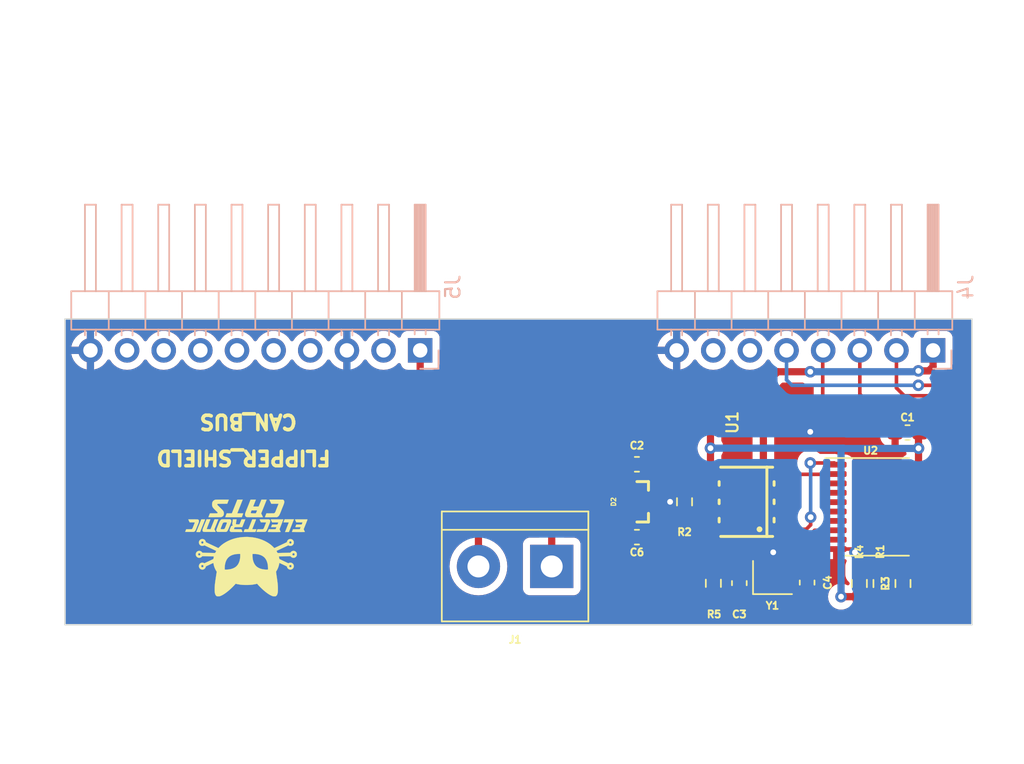
<source format=kicad_pcb>
(kicad_pcb (version 20221018) (generator pcbnew)
  (layers (0 "F.Cu" signal) (31 "B.Cu" signal) (34 "B.Paste" user) (35 "F.Paste" user) (36 "B.SilkS" user "B.Silkscreen") (37 "F.SilkS" user "F.Silkscreen") (38 "B.Mask" user) (39 "F.Mask" user) (44 "Edge.Cuts" user))
  (net 0 "")
  (net 1 "/CAN_L")
  (net 2 "/CAN_H")
  (net 3 "GND")
  (net 4 "/SCK")
  (net 5 "+3V3")
  (net 6 "/INT")
  (net 7 "/RST")
  (net 8 "/TXD")
  (net 9 "+5V")
  (net 10 "/RXD")
  (net 11 "Net-(U1-S)")
  (net 17 "Net-(U2-OSC2)")
  (net 18 "Net-(U2-OSC1)")
  (net 22 "/MOSI")
  (net 23 "/MISO")
  (net 24 "/CS")
  (footprint "TerminalBlock:TerminalBlock_bornier-2_P5.08mm" (layer "F.Cu") (at 88.12 78.98 180)
    (fp_text reference "J1" (at 2.54 -5.08) (layer "F.SilkS") (effects (font (size 0.5 0.5) (thickness 0.125))))
    (fp_text value "Conn_01x02")
    (pad "1" thru_hole rect (at 0 0 180) (size 3 3) (drill 1.52) (layers "*.Cu" "*.Mask") (net 2 "/CAN_H"))
    (pad "2" thru_hole circle (at 5.08 0 180) (size 3 3) (drill 1.52) (layers "*.Cu" "*.Mask") (net 1 "/CAN_L"))
  )
  (footprint "Resistor_SMD:R_0603_1608Metric_Pad0.98x0.95mm_HandSolder" (layer "F.Cu") (at 97.327 74.499 -90)
    (fp_text reference "R2" (at 2.1 0 -180) (layer "F.SilkS") (effects (font (size 0.5 0.5) (thickness 0.125))))
    (fp_text value "120")
    (pad "1" smd roundrect (at -0.9125 0 270) (size 0.975 0.95) (layers "F.Cu" "F.Paste" "F.Mask") (net 1 "/CAN_L"))
    (pad "2" smd roundrect (at 0.9125 0 270) (size 0.975 0.95) (layers "F.Cu" "F.Paste" "F.Mask") (net 2 "/CAN_H"))
  )
  (footprint "Capacitor_SMD:C_0603_1608Metric_Pad1.08x0.95mm_HandSolder" (layer "F.Cu") (at 101.127 80.1365 90)
    (fp_text reference "C3" (at -2.1625 0 180) (layer "F.SilkS") (effects (font (size 0.5 0.5) (thickness 0.125))))
    (fp_text value "22pf" hide)
    (pad "1" smd roundrect (at -0.8625 0 90) (size 1.075 0.95) (layers "F.Cu" "F.Paste" "F.Mask") (net 17 "Net-(U2-OSC2)"))
    (pad "2" smd roundrect (at 0.8625 0 90) (size 1.075 0.95) (layers "F.Cu" "F.Paste" "F.Mask") (net 3 "GND"))
  )
  (footprint "Capacitor_SMD:C_0603_1608Metric_Pad1.08x0.95mm_HandSolder" (layer "F.Cu") (at 94.027 71.899 180)
    (fp_text reference "C2" (at 0 1.3) (layer "F.SilkS") (effects (font (size 0.5 0.5) (thickness 0.125))))
    (fp_text value "47pf")
    (pad "1" smd roundrect (at -0.8625 0 180) (size 1.075 0.95) (layers "F.Cu" "F.Paste" "F.Mask") (net 3 "GND"))
    (pad "2" smd roundrect (at 0.8625 0 180) (size 1.075 0.95) (layers "F.Cu" "F.Paste" "F.Mask") (net 1 "/CAN_L"))
  )
  (footprint "Resistor_SMD:R_0603_1608Metric_Pad0.98x0.95mm_HandSolder" (layer "F.Cu") (at 99.327 80.149 90)
    (fp_text reference "R5" (at -2.15 0.05 180) (layer "F.SilkS") (effects (font (size 0.5 0.5) (thickness 0.125))))
    (fp_text value "10k" hide)
    (pad "1" smd roundrect (at -0.9125 0 90) (size 0.975 0.95) (layers "F.Cu" "F.Paste" "F.Mask") (net 3 "GND"))
    (pad "2" smd roundrect (at 0.9125 0 90) (size 0.975 0.95) (layers "F.Cu" "F.Paste" "F.Mask") (net 11 "Net-(U1-S)"))
  )
  (footprint "TJA1051T_3:SOT96-1" (layer "F.Cu") (at 101.637 74.499 90)
    (fp_text reference "U1" (at 5.5 -0.99 90) (layer "F.SilkS") (effects (font (size 0.787402 0.787402))))
    (fp_text value "TJA1051T/3")
    (pad "1" smd rect (at -1.905 2.65 90) (size 0.6 1.3) (layers "F.Cu" "F.Paste" "F.Mask") (net 8 "/TXD"))
    (pad "2" smd rect (at -0.635 2.65 90) (size 0.6 1.3) (layers "F.Cu" "F.Paste" "F.Mask") (net 3 "GND"))
    (pad "3" smd rect (at 0.635 2.65 90) (size 0.6 1.3) (layers "F.Cu" "F.Paste" "F.Mask") (net 9 "+5V"))
    (pad "4" smd rect (at 1.905 2.65 90) (size 0.6 1.3) (layers "F.Cu" "F.Paste" "F.Mask") (net 10 "/RXD"))
    (pad "5" smd rect (at 1.905 -2.65 90) (size 0.6 1.3) (layers "F.Cu" "F.Paste" "F.Mask") (net 5 "+3V3"))
    (pad "6" smd rect (at 0.635 -2.65 90) (size 0.6 1.3) (layers "F.Cu" "F.Paste" "F.Mask") (net 1 "/CAN_L"))
    (pad "7" smd rect (at -0.635 -2.65 90) (size 0.6 1.3) (layers "F.Cu" "F.Paste" "F.Mask") (net 2 "/CAN_H"))
    (pad "8" smd rect (at -1.905 -2.65 90) (size 0.6 1.3) (layers "F.Cu" "F.Paste" "F.Mask") (net 11 "Net-(U1-S)"))
  )
  (footprint "Crystal:Crystal_SMD_2016-4Pin_2.0x1.6mm" (layer "F.Cu") (at 103.427 79.749)
    (fp_text reference "Y1" (at 0 1.95) (layer "F.SilkS") (effects (font (size 0.5 0.5) (thickness 0.125))))
    (fp_text value "16 Mhz")
    (pad "1" smd rect (at -0.7 0.55) (size 0.9 0.8) (layers "F.Cu" "F.Paste" "F.Mask") (net 17 "Net-(U2-OSC2)"))
    (pad "2" smd rect (at 0.7 0.55) (size 0.9 0.8) (layers "F.Cu" "F.Paste" "F.Mask") (net 3 "GND"))
    (pad "3" smd rect (at 0.7 -0.55) (size 0.9 0.8) (layers "F.Cu" "F.Paste" "F.Mask") (net 18 "Net-(U2-OSC1)"))
    (pad "4" smd rect (at -0.7 -0.55) (size 0.9 0.8) (layers "F.Cu" "F.Paste" "F.Mask") (net 3 "GND"))
  )
  (footprint "Logos:electronic_cats_logo_8x6" (layer "F.Cu") (at 66.95 77.7 180)
    (fp_text reference "G***" hide)
    (fp_text value "LOGO" hide)
  )
  (footprint "Capacitor_SMD:C_0603_1608Metric_Pad1.08x0.95mm_HandSolder" (layer "F.Cu") (at 94.027 76.949 180)
    (fp_text reference "C6" (at 0 -1.05) (layer "F.SilkS") (effects (font (size 0.5 0.5) (thickness 0.125))))
    (fp_text value "47pf")
    (pad "1" smd roundrect (at -0.8625 0 180) (size 1.075 0.95) (layers "F.Cu" "F.Paste" "F.Mask") (net 3 "GND"))
    (pad "2" smd roundrect (at 0.8625 0 180) (size 1.075 0.95) (layers "F.Cu" "F.Paste" "F.Mask") (net 2 "/CAN_H"))
  )
  (footprint "Resistor_SMD:R_0603_1608Metric_Pad0.98x0.95mm_HandSolder" (layer "F.Cu") (at 109.4486 80.1624 -90)
    (fp_text reference "R4" (at -2.19 0 90) (layer "F.SilkS") (effects (font (size 0.5 0.5) (thickness 0.125))))
    (fp_text value "10k" hide)
    (pad "1" smd roundrect (at -0.9125 0 270) (size 0.975 0.95) (layers "F.Cu" "F.Paste" "F.Mask") (net 7 "/RST"))
    (pad "2" smd roundrect (at 0.9125 0 270) (size 0.975 0.95) (layers "F.Cu" "F.Paste" "F.Mask") (net 5 "+3V3"))
  )
  (footprint "PESD1CAN:SOT23-3" (layer "F.Cu") (at 94.127 74.499 -90)
    (fp_text reference "D2" (at 0.001 1.717 90) (layer "F.SilkS") (effects (font (size 0.320272 0.320272) (thickness 0.080068))))
    (fp_text value "PESD1CAN")
    (pad "1" smd rect (at -0.95 1 270) (size 0.8 0.9) (layers "F.Cu" "F.Paste" "F.Mask") (net 1 "/CAN_L"))
    (pad "2" smd rect (at 0.95 1 270) (size 0.8 0.9) (layers "F.Cu" "F.Paste" "F.Mask") (net 2 "/CAN_H"))
    (pad "3" smd rect (at 0 -1.1 270) (size 0.8 0.9) (layers "F.Cu" "F.Paste" "F.Mask") (net 3 "GND"))
  )
  (footprint "Capacitor_SMD:C_0603_1608Metric_Pad1.08x0.95mm_HandSolder" (layer "F.Cu") (at 105.827 80.099 -90)
    (fp_text reference "C4" (at 0 -1.43 90) (layer "F.SilkS") (effects (font (size 0.5 0.5) (thickness 0.125))))
    (fp_text value "22pf")
    (pad "1" smd roundrect (at -0.8625 0 270) (size 1.075 0.95) (layers "F.Cu" "F.Paste" "F.Mask") (net 18 "Net-(U2-OSC1)"))
    (pad "2" smd roundrect (at 0.8625 0 270) (size 1.075 0.95) (layers "F.Cu" "F.Paste" "F.Mask") (net 3 "GND"))
  )
  (footprint "Package_SO:TSSOP-20_4.4x6.5mm_P0.65mm" (layer "F.Cu") (at 110.687 74.849)
    (fp_text reference "U2" (at -0.46 -3.9) (layer "F.SilkS") (effects (font (size 0.5 0.5) (thickness 0.125))))
    (fp_text value "MCP2515-xST")
    (pad "1" smd roundrect (at -2.8625 -2.925) (size 1.475 0.4) (layers "F.Cu" "F.Paste" "F.Mask") (net 8 "/TXD"))
    (pad "2" smd roundrect (at -2.8625 -2.275) (size 1.475 0.4) (layers "F.Cu" "F.Paste" "F.Mask") (net 10 "/RXD"))
    (pad "3" smd roundrect (at -2.8625 -1.625) (size 1.475 0.4) (layers "F.Cu" "F.Paste" "F.Mask"))
    (pad "4" smd roundrect (at -2.8625 -0.975) (size 1.475 0.4) (layers "F.Cu" "F.Paste" "F.Mask"))
    (pad "5" smd roundrect (at -2.8625 -0.325) (size 1.475 0.4) (layers "F.Cu" "F.Paste" "F.Mask"))
    (pad "6" smd roundrect (at -2.8625 0.325) (size 1.475 0.4) (layers "F.Cu" "F.Paste" "F.Mask"))
    (pad "7" smd roundrect (at -2.8625 0.975) (size 1.475 0.4) (layers "F.Cu" "F.Paste" "F.Mask"))
    (pad "8" smd roundrect (at -2.8625 1.625) (size 1.475 0.4) (layers "F.Cu" "F.Paste" "F.Mask") (net 17 "Net-(U2-OSC2)"))
    (pad "9" smd roundrect (at -2.8625 2.275) (size 1.475 0.4) (layers "F.Cu" "F.Paste" "F.Mask") (net 18 "Net-(U2-OSC1)"))
    (pad "10" smd roundrect (at -2.8625 2.925) (size 1.475 0.4) (layers "F.Cu" "F.Paste" "F.Mask") (net 3 "GND"))
    (pad "11" smd roundrect (at 2.8625 2.925) (size 1.475 0.4) (layers "F.Cu" "F.Paste" "F.Mask"))
    (pad "12" smd roundrect (at 2.8625 2.275) (size 1.475 0.4) (layers "F.Cu" "F.Paste" "F.Mask"))
    (pad "13" smd roundrect (at 2.8625 1.625) (size 1.475 0.4) (layers "F.Cu" "F.Paste" "F.Mask") (net 6 "/INT"))
    (pad "14" smd roundrect (at 2.8625 0.975) (size 1.475 0.4) (layers "F.Cu" "F.Paste" "F.Mask") (net 4 "/SCK"))
    (pad "15" smd roundrect (at 2.8625 0.325) (size 1.475 0.4) (layers "F.Cu" "F.Paste" "F.Mask"))
    (pad "16" smd roundrect (at 2.8625 -0.325) (size 1.475 0.4) (layers "F.Cu" "F.Paste" "F.Mask") (net 22 "/MOSI"))
    (pad "17" smd roundrect (at 2.8625 -0.975) (size 1.475 0.4) (layers "F.Cu" "F.Paste" "F.Mask") (net 23 "/MISO"))
    (pad "18" smd roundrect (at 2.8625 -1.625) (size 1.475 0.4) (layers "F.Cu" "F.Paste" "F.Mask") (net 24 "/CS"))
    (pad "19" smd roundrect (at 2.8625 -2.275) (size 1.475 0.4) (layers "F.Cu" "F.Paste" "F.Mask") (net 7 "/RST"))
    (pad "20" smd roundrect (at 2.8625 -2.925) (size 1.475 0.4) (layers "F.Cu" "F.Paste" "F.Mask") (net 5 "+3V3"))
  )
  (footprint "Resistor_SMD:R_0603_1608Metric_Pad0.98x0.95mm_HandSolder" (layer "F.Cu") (at 112.4712 80.1643 90)
    (fp_text reference "R3" (at 0 -1.21 90) (layer "F.SilkS") (effects (font (size 0.5 0.5) (thickness 0.125))))
    (fp_text value "10k" hide)
    (pad "1" smd roundrect (at -0.9125 0 90) (size 0.975 0.95) (layers "F.Cu" "F.Paste" "F.Mask") (net 5 "+3V3"))
    (pad "2" smd roundrect (at 0.9125 0 90) (size 0.975 0.95) (layers "F.Cu" "F.Paste" "F.Mask") (net 6 "/INT"))
  )
  (footprint "Capacitor_SMD:C_0603_1608Metric_Pad1.08x0.95mm_HandSolder" (layer "F.Cu") (at 112.7895 69.699 180)
    (fp_text reference "C1" (at 0 1.05) (layer "F.SilkS") (effects (font (size 0.5 0.5) (thickness 0.125))))
    (fp_text value ".1uf")
    (pad "1" smd roundrect (at -0.8625 0 180) (size 1.075 0.95) (layers "F.Cu" "F.Paste" "F.Mask") (net 5 "+3V3"))
    (pad "2" smd roundrect (at 0.8625 0 180) (size 1.075 0.95) (layers "F.Cu" "F.Paste" "F.Mask") (net 3 "GND"))
  )
  (footprint "Resistor_SMD:R_0603_1608Metric_Pad0.98x0.95mm_HandSolder" (layer "F.Cu") (at 110.9472 80.1643 90)
    (fp_text reference "R1" (at 2.2025 -0.05 90) (layer "F.SilkS") (effects (font (size 0.5 0.5) (thickness 0.125))))
    (fp_text value "10k" hide)
    (pad "1" smd roundrect (at -0.9125 0 90) (size 0.975 0.95) (layers "F.Cu" "F.Paste" "F.Mask") (net 5 "+3V3"))
    (pad "2" smd roundrect (at 0.9125 0 90) (size 0.975 0.95) (layers "F.Cu" "F.Paste" "F.Mask") (net 24 "/CS"))
  )
  (footprint "Connector_PinHeader_2.54mm:PinHeader_1x08_P2.54mm_Horizontal" (layer "B.Cu") (at 114.56 64 90)
    (fp_text reference "J4" (at 4.385 2.27 90) (layer "B.SilkS") (effects (justify mirror)))
    (fp_text value "Conn_01x08_Socket")
    (pad "1" thru_hole rect (at 0 0 90) (size 1.7 1.7) (drill 1) (layers "*.Cu" "*.Mask") (net 9 "+5V"))
    (pad "2" thru_hole oval (at 0 -2.54 90) (size 1.7 1.7) (drill 1) (layers "*.Cu" "*.Mask") (net 22 "/MOSI"))
    (pad "3" thru_hole oval (at 0 -5.08 90) (size 1.7 1.7) (drill 1) (layers "*.Cu" "*.Mask") (net 23 "/MISO"))
    (pad "4" thru_hole oval (at 0 -7.62 90) (size 1.7 1.7) (drill 1) (layers "*.Cu" "*.Mask") (net 24 "/CS"))
    (pad "5" thru_hole oval (at 0 -10.16 90) (size 1.7 1.7) (drill 1) (layers "*.Cu" "*.Mask") (net 4 "/SCK"))
    (pad "6" thru_hole oval (at 0 -12.7 90) (size 1.7 1.7) (drill 1) (layers "*.Cu" "*.Mask"))
    (pad "7" thru_hole oval (at 0 -15.24 90) (size 1.7 1.7) (drill 1) (layers "*.Cu" "*.Mask"))
    (pad "8" thru_hole oval (at 0 -17.78 90) (size 1.7 1.7) (drill 1) (layers "*.Cu" "*.Mask") (net 3 "GND"))
  )
  (footprint "Connector_PinHeader_2.54mm:PinHeader_1x10_P2.54mm_Horizontal" (layer "B.Cu") (at 79 64 90)
    (fp_text reference "J5" (at 4.385 2.27 90) (layer "B.SilkS") (effects (justify mirror)))
    (fp_text value "Conn_01x10_Socket")
    (pad "1" thru_hole rect (at 0 0 90) (size 1.7 1.7) (drill 1) (layers "*.Cu" "*.Mask") (net 5 "+3V3"))
    (pad "2" thru_hole oval (at 0 -2.54 90) (size 1.7 1.7) (drill 1) (layers "*.Cu" "*.Mask"))
    (pad "3" thru_hole oval (at 0 -5.08 90) (size 1.7 1.7) (drill 1) (layers "*.Cu" "*.Mask") (net 3 "GND"))
    (pad "4" thru_hole oval (at 0 -7.62 90) (size 1.7 1.7) (drill 1) (layers "*.Cu" "*.Mask"))
    (pad "5" thru_hole oval (at 0 -10.16 90) (size 1.7 1.7) (drill 1) (layers "*.Cu" "*.Mask"))
    (pad "6" thru_hole oval (at 0 -12.7 90) (size 1.7 1.7) (drill 1) (layers "*.Cu" "*.Mask"))
    (pad "7" thru_hole oval (at 0 -15.24 90) (size 1.7 1.7) (drill 1) (layers "*.Cu" "*.Mask"))
    (pad "8" thru_hole oval (at 0 -17.78 90) (size 1.7 1.7) (drill 1) (layers "*.Cu" "*.Mask"))
    (pad "9" thru_hole oval (at 0 -20.32 90) (size 1.7 1.7) (drill 1) (layers "*.Cu" "*.Mask"))
    (pad "10" thru_hole oval (at 0 -22.86 90) (size 1.7 1.7) (drill 1) (layers "*.Cu" "*.Mask") (net 3 "GND"))
  )
  (gr_rect (start 54.3791 61.824) (end 117.2509 83.02) (stroke (width 0.1)) (fill none) (layer "Edge.Cuts"))
  (gr_text "CAN_BUS\n" (at 70.58 68.36 180) (layer "F.SilkS") (effects (font (size 1 1) (thickness 0.25) bold) (justify left bottom)))
  (gr_text "FLIPPER_SHIELD\n" (at 72.92 70.86 180) (layer "F.SilkS") (effects (font (size 1 1) (thickness 0.25) bold) (justify left bottom)))
  (segment (start 93.127 71.9365) (end 93.1645 71.899) (width 0.5) (layer "F.Cu") (net 1))
  (segment (start 93.127 73.549) (end 97.2895 73.549) (width 0.5) (layer "F.Cu") (net 1))
  (segment (start 98.987 73.864) (end 97.6045 73.864) (width 0.5) (layer "F.Cu") (net 1))
  (segment (start 93.127 73.549) (end 84.091 73.549) (width 0.5) (layer "F.Cu") (net 1))
  (segment (start 97.6045 73.864) (end 97.327 73.5865) (width 0.5) (layer "F.Cu") (net 1))
  (segment (start 97.2895 73.549) (end 97.327 73.5865) (width 0.5) (layer "F.Cu") (net 1))
  (segment (start 93.127 73.549) (end 93.127 71.9365) (width 0.5) (layer "F.Cu") (net 1))
  (segment (start 84.091 73.549) (end 83.04 74.6) (width 0.5) (layer "F.Cu") (net 1))
  (segment (start 83.04 74.6) (end 83.04 78.98) (width 0.5) (layer "F.Cu") (net 1))
  (segment (start 93.127 76.9115) (end 93.1645 76.949) (width 0.5) (layer "F.Cu") (net 2))
  (segment (start 88.781 75.449) (end 88.12 76.11) (width 0.5) (layer "F.Cu") (net 2))
  (segment (start 88.12 76.11) (end 88.12 78.98) (width 0.5) (layer "F.Cu") (net 2))
  (segment (start 97.6045 75.134) (end 97.327 75.4115) (width 0.5) (layer "F.Cu") (net 2))
  (segment (start 93.127 75.449) (end 97.2895 75.449) (width 0.5) (layer "F.Cu") (net 2))
  (segment (start 93.127 75.449) (end 88.781 75.449) (width 0.5) (layer "F.Cu") (net 2))
  (segment (start 98.987 75.134) (end 97.6045 75.134) (width 0.5) (layer "F.Cu") (net 2))
  (segment (start 97.2895 75.449) (end 97.327 75.4115) (width 0.5) (layer "F.Cu") (net 2))
  (segment (start 93.127 75.449) (end 93.127 76.9115) (width 0.5) (layer "F.Cu") (net 2))
  (segment (start 109.102 77.774) (end 109.327 77.999) (width 0.25) (layer "F.Cu") (net 3))
  (segment (start 94.4745 77.099) (end 94.3245 77.249) (width 0.25) (layer "F.Cu") (net 3))
  (segment (start 105.827 80.9615) (end 104.7895 80.9615) (width 0.25) (layer "F.Cu") (net 3))
  (segment (start 107.8245 77.774) (end 109.102 77.774) (width 0.25) (layer "F.Cu") (net 3))
  (segment (start 104.7895 80.9615) (end 104.127 80.299) (width 0.25) (layer "F.Cu") (net 3))
  (segment (start 107.8495 77.799) (end 107.8245 77.774) (width 0.25) (layer "F.Cu") (net 3))
  (via (at 96.327 74.499) (size 0.8) (drill 0.4) (layers "F.Cu" "B.Cu") (net 3))
  (via (at 106.045 69.6468) (size 0.8) (drill 0.4) (layers "F.Cu" "B.Cu") (net 3))
  (via (at 109.1438 77.999) (size 0.8) (drill 0.4) (layers "F.Cu" "B.Cu") (net 3))
  (via (at 103.477 77.999) (size 0.8) (drill 0.4) (layers "F.Cu" "B.Cu") (net 3))
  (segment (start 115.5203 66.4221) (end 115.962 66.8638) (width 0.25) (layer "F.Cu") (net 4))
  (segment (start 115.962 66.8638) (end 115.962 75.388) (width 0.25) (layer "F.Cu") (net 4))
  (segment (start 115.526 75.824) (end 113.5495 75.824) (width 0.25) (layer "F.Cu") (net 4))
  (segment (start 115.962 75.388) (end 115.526 75.824) (width 0.25) (layer "F.Cu") (net 4))
  (segment (start 113.538 66.4221) (end 115.5203 66.4221) (width 0.25) (layer "F.Cu") (net 4))
  (via (at 113.538 66.4221) (size 0.8) (drill 0.4) (layers "F.Cu" "B.Cu") (net 4))
  (segment (start 104.7761 66.4221) (end 104.4 66.046) (width 0.25) (layer "B.Cu") (net 4))
  (segment (start 104.4 66.046) (end 104.4 64) (width 0.25) (layer "B.Cu") (net 4))
  (segment (start 113.538 66.4221) (end 104.7761 66.4221) (width 0.25) (layer "B.Cu") (net 4))
  (segment (start 79 68.23) (end 79 64) (width 0.5) (layer "F.Cu") (net 5))
  (segment (start 108.1786 81.0768) (end 109.4467 81.0768) (width 0.5) (layer "F.Cu") (net 5))
  (segment (start 113.5495 71.924) (end 113.5495 69.8015) (width 0.5) (layer "F.Cu") (net 5))
  (segment (start 99.127 70.78) (end 99.127 72.454) (width 0.5) (layer "F.Cu") (net 5))
  (segment (start 79.57 68.8) (end 79 68.23) (width 0.5) (layer "F.Cu") (net 5))
  (segment (start 109.4467 81.0768) (end 109.4486 81.0749) (width 0.5) (layer "F.Cu") (net 5))
  (segment (start 109.4486 81.0749) (end 110.9453 81.0749) (width 0.5) (layer "F.Cu") (net 5))
  (segment (start 99.127 72.454) (end 98.987 72.594) (width 0.5) (layer "F.Cu") (net 5))
  (segment (start 99.127 70.78) (end 99.127 69.597) (width 0.5) (layer "F.Cu") (net 5))
  (segment (start 110.9453 81.0749) (end 110.9472 81.0768) (width 0.5) (layer "F.Cu") (net 5))
  (segment (start 98.33 68.8) (end 79.57 68.8) (width 0.5) (layer "F.Cu") (net 5))
  (segment (start 112.4712 81.0768) (end 110.9472 81.0768) (width 0.5) (layer "F.Cu") (net 5))
  (segment (start 99.127 69.597) (end 98.33 68.8) (width 0.5) (layer "F.Cu") (net 5))
  (segment (start 113.5495 69.8015) (end 113.652 69.699) (width 0.5) (layer "F.Cu") (net 5))
  (via (at 99.127 70.78) (size 0.8) (drill 0.4) (layers "F.Cu" "B.Cu") (net 5))
  (via (at 108.1786 81.0768) (size 0.8) (drill 0.4) (layers "F.Cu" "B.Cu") (net 5))
  (via (at 113.5495 70.7898) (size 0.8) (drill 0.4) (layers "F.Cu" "B.Cu") (net 5))
  (segment (start 108.3564 70.799) (end 113.5403 70.799) (width 0.5) (layer "B.Cu") (net 5))
  (segment (start 108.1786 81.0768) (end 108.1786 70.9768) (width 0.5) (layer "B.Cu") (net 5))
  (segment (start 113.5403 70.799) (end 113.5495 70.7898) (width 0.5) (layer "B.Cu") (net 5))
  (segment (start 99.127 70.78) (end 108.3374 70.78) (width 0.5) (layer "B.Cu") (net 5))
  (segment (start 108.3374 70.78) (end 108.3564 70.799) (width 0.5) (layer "B.Cu") (net 5))
  (segment (start 112.4712 79.2518) (end 112.3696 79.1502) (width 0.25) (layer "F.Cu") (net 6))
  (segment (start 112.3696 76.715359) (end 112.610959 76.474) (width 0.25) (layer "F.Cu") (net 6))
  (segment (start 112.3696 79.1502) (end 112.3696 76.715359) (width 0.25) (layer "F.Cu") (net 6))
  (segment (start 112.610959 76.474) (end 113.5495 76.474) (width 0.25) (layer "F.Cu") (net 6))
  (segment (start 109.4486 79.2499) (end 109.8688 78.8297) (width 0.25) (layer "F.Cu") (net 7))
  (segment (start 110.5854 72.574) (end 113.5495 72.574) (width 0.25) (layer "F.Cu") (net 7))
  (segment (start 109.8688 78.8297) (end 109.8688 73.2906) (width 0.25) (layer "F.Cu") (net 7))
  (segment (start 109.8688 73.2906) (end 110.5854 72.574) (width 0.25) (layer "F.Cu") (net 7))
  (segment (start 107.7063 71.8058) (end 107.8245 71.924) (width 0.25) (layer "F.Cu") (net 8))
  (segment (start 105.7648 76.404) (end 106.0704 76.0984) (width 0.25) (layer "F.Cu") (net 8))
  (segment (start 104.287 76.404) (end 105.7648 76.404) (width 0.25) (layer "F.Cu") (net 8))
  (segment (start 106.0704 76.0984) (end 106.0704 75.565) (width 0.25) (layer "F.Cu") (net 8))
  (segment (start 106.045 71.8058) (end 107.7063 71.8058) (width 0.25) (layer "F.Cu") (net 8))
  (via (at 106.045 71.8058) (size 0.8) (drill 0.4) (layers "F.Cu" "B.Cu") (net 8))
  (via (at 106.0704 75.565) (size 0.8) (drill 0.4) (layers "F.Cu" "B.Cu") (net 8))
  (segment (start 106.0704 71.8312) (end 106.045 71.8058) (width 0.25) (layer "B.Cu") (net 8))
  (segment (start 106.0704 75.565) (end 106.0704 71.8312) (width 0.25) (layer "B.Cu") (net 8))
  (segment (start 114.56 65.1196) (end 114.56 64) (width 0.5) (layer "F.Cu") (net 9))
  (segment (start 106.045 65.4812) (end 103.7844 65.4812) (width 0.5) (layer "F.Cu") (net 9))
  (segment (start 102.7938 73.5076) (end 103.1502 73.864) (width 0.5) (layer "F.Cu") (net 9))
  (segment (start 102.7938 66.4718) (end 102.7938 73.5076) (width 0.5) (layer "F.Cu") (net 9))
  (segment (start 103.7844 65.4812) (end 102.7938 66.4718) (width 0.5) (layer "F.Cu") (net 9))
  (segment (start 114.257003 65.422597) (end 114.56 65.1196) (width 0.5) (layer "F.Cu") (net 9))
  (segment (start 113.538 65.422597) (end 114.257003 65.422597) (width 0.5) (layer "F.Cu") (net 9))
  (segment (start 103.1502 73.864) (end 104.287 73.864) (width 0.5) (layer "F.Cu") (net 9))
  (via (at 106.045 65.4812) (size 0.8) (drill 0.4) (layers "F.Cu" "B.Cu") (net 9))
  (via (at 113.538 65.422597) (size 0.8) (drill 0.4) (layers "F.Cu" "B.Cu") (net 9))
  (segment (start 113.538 65.422597) (end 113.479397 65.4812) (width 0.5) (layer "B.Cu") (net 9))
  (segment (start 113.479397 65.4812) (end 106.045 65.4812) (width 0.5) (layer "B.Cu") (net 9))
  (segment (start 107.8045 72.594) (end 104.287 72.594) (width 0.25) (layer "F.Cu") (net 10))
  (segment (start 107.8245 72.574) (end 107.8045 72.594) (width 0.25) (layer "F.Cu") (net 10))
  (segment (start 99.327 79.2365) (end 98.987 78.8965) (width 0.25) (layer "F.Cu") (net 11))
  (segment (start 98.987 78.8965) (end 98.987 76.404) (width 0.25) (layer "F.Cu") (net 11))
  (segment (start 102.727 80.299) (end 102.727 80.749) (width 0.25) (layer "F.Cu") (net 17))
  (segment (start 100.627 77.149) (end 105.677 77.149) (width 0.25) (layer "F.Cu") (net 17))
  (segment (start 102.727 80.749) (end 102.477 80.999) (width 0.25) (layer "F.Cu") (net 17))
  (segment (start 100.327 80.599) (end 100.327 77.449) (width 0.25) (layer "F.Cu") (net 17))
  (segment (start 101.127 80.999) (end 100.727 80.999) (width 0.25) (layer "F.Cu") (net 17))
  (segment (start 100.727 80.999) (end 100.327 80.599) (width 0.25) (layer "F.Cu") (net 17))
  (segment (start 105.677 77.149) (end 106.352 76.474) (width 0.25) (layer "F.Cu") (net 17))
  (segment (start 106.352 76.474) (end 107.8245 76.474) (width 0.25) (layer "F.Cu") (net 17))
  (segment (start 100.327 77.449) (end 100.627 77.149) (width 0.25) (layer "F.Cu") (net 17))
  (segment (start 102.477 80.999) (end 101.127 80.999) (width 0.25) (layer "F.Cu") (net 17))
  (segment (start 102.6645 80.3615) (end 102.727 80.299) (width 0.25) (layer "F.Cu") (net 17))
  (segment (start 105.827 77.699) (end 106.402 77.124) (width 0.25) (layer "F.Cu") (net 18))
  (segment (start 105.7895 79.199) (end 105.827 79.2365) (width 0.25) (layer "F.Cu") (net 18))
  (segment (start 105.827 79.2365) (end 105.827 77.699) (width 0.25) (layer "F.Cu") (net 18))
  (segment (start 106.402 77.124) (end 107.8245 77.124) (width 0.25) (layer "F.Cu") (net 18))
  (segment (start 104.127 79.199) (end 105.7895 79.199) (width 0.25) (layer "F.Cu") (net 18))
  (segment (start 112.5618 67.1466) (end 112.02 66.6048) (width 0.25) (layer "F.Cu") (net 22))
  (segment (start 115.512 67.633) (end 115.0256 67.1466) (width 0.25) (layer "F.Cu") (net 22))
  (segment (start 115.0256 67.1466) (end 112.5618 67.1466) (width 0.25) (layer "F.Cu") (net 22))
  (segment (start 115.512 74.1752) (end 115.512 67.633) (width 0.25) (layer "F.Cu") (net 22))
  (segment (start 115.1632 74.524) (end 115.512 74.1752) (width 0.25) (layer "F.Cu") (net 22))
  (segment (start 112.02 66.6048) (end 112.02 64) (width 0.25) (layer "F.Cu") (net 22))
  (segment (start 113.5495 74.524) (end 115.1632 74.524) (width 0.25) (layer "F.Cu") (net 22))
  (segment (start 110.04 67.5966) (end 109.48 67.0366) (width 0.25) (layer "F.Cu") (net 23))
  (segment (start 109.48 67.0366) (end 109.48 64) (width 0.25) (layer "F.Cu") (net 23))
  (segment (start 113.5495 73.874) (end 114.7972 73.874) (width 0.25) (layer "F.Cu") (net 23))
  (segment (start 115.062 73.6092) (end 115.062 67.945) (width 0.25) (layer "F.Cu") (net 23))
  (segment (start 115.062 67.945) (end 114.7136 67.5966) (width 0.25) (layer "F.Cu") (net 23))
  (segment (start 114.7136 67.5966) (end 110.04 67.5966) (width 0.25) (layer "F.Cu") (net 23))
  (segment (start 114.7972 73.874) (end 115.062 73.6092) (width 0.25) (layer "F.Cu") (net 23))
  (segment (start 111.4298 73.2282) (end 113.5453 73.2282) (width 0.25) (layer "F.Cu") (net 24))
  (segment (start 106.9086 67.5132) (end 106.9086 64.0314) (width 0.25) (layer "F.Cu") (net 24))
  (segment (start 107.442 68.0466) (end 106.9086 67.5132) (width 0.25) (layer "F.Cu") (net 24))
  (segment (start 114.4312 73.224) (end 114.612 73.0432) (width 0.25) (layer "F.Cu") (net 24))
  (segment (start 110.9472 73.7108) (end 111.4298 73.2282) (width 0.25) (layer "F.Cu") (net 24))
  (segment (start 113.5495 73.224) (end 114.4312 73.224) (width 0.25) (layer "F.Cu") (net 24))
  (segment (start 114.612 73.0432) (end 114.612 68.4602) (width 0.25) (layer "F.Cu") (net 24))
  (segment (start 114.612 68.4602) (end 114.1984 68.0466) (width 0.25) (layer "F.Cu") (net 24))
  (segment (start 110.9472 79.2518) (end 110.9472 73.7108) (width 0.25) (layer "F.Cu") (net 24))
  (segment (start 106.9086 64.0314) (end 106.94 64) (width 0.25) (layer "F.Cu") (net 24))
  (segment (start 114.1984 68.0466) (end 107.442 68.0466) (width 0.25) (layer "F.Cu") (net 24))
  (segment (start 113.5453 73.2282) (end 113.5495 73.224) (width 0.25) (layer "F.Cu") (net 24))
  (zone (net 3) (net_name "GND") (layers "F&B.Cu") (connect_pads (clearance 0.5)) (min_thickness 0.25) (fill yes (thermal_gap 0.5) (thermal_bridge_width 0.5))
    (polygon (pts (xy 120.87 92.7) (xy 120.87 39.750079) (xy 49.86975 39.709232) (xy 49.9 92.7)))
  )
)
</source>
